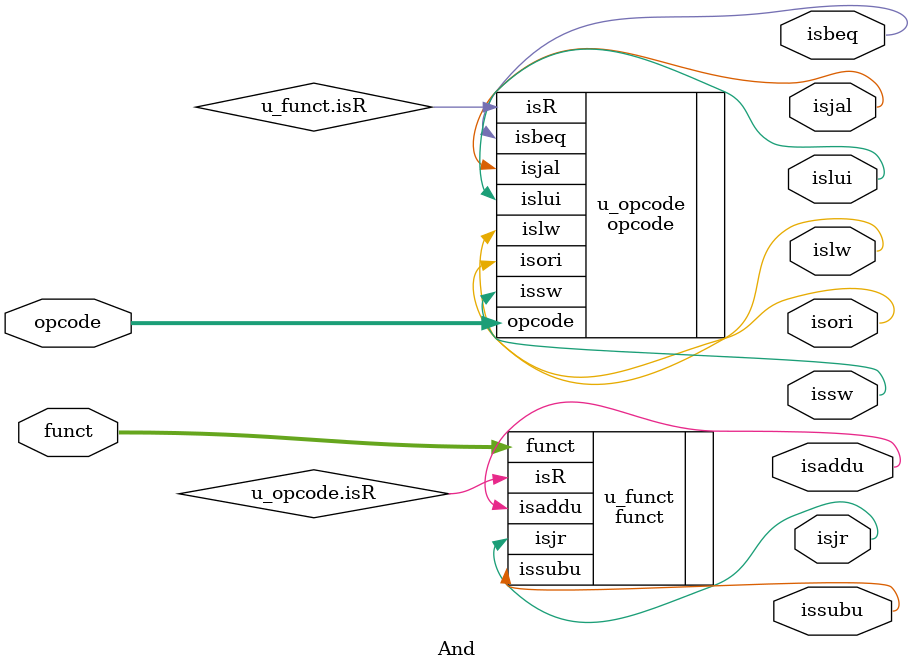
<source format=v>
`timescale 1ns / 1ps

module And(input [5:0] opcode,
           input [5:0] funct,
           output isori,
           output islw,
           output issw,
           output isbeq,
           output islui,
           output isjal,
           output isaddu,
           output issubu,
           output isjr);

opcode u_opcode(.opcode(opcode), .isori(isori), .islw(islw), .issw(issw), .isbeq(isbeq), .islui(islui), .isjal(isjal), .isR(u_funct.isR));
funct u_funct(.funct(funct), .isaddu(isaddu), .issubu(issubu), .isjr(isjr), .isR(u_opcode.isR));

endmodule // And

</source>
